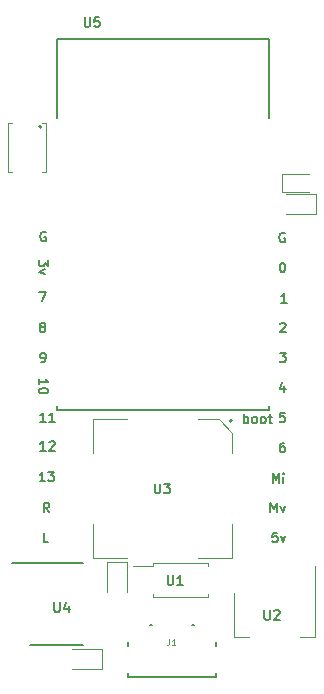
<source format=gbr>
G04 #@! TF.GenerationSoftware,KiCad,Pcbnew,(5.1.5-0)*
G04 #@! TF.CreationDate,2022-09-26T12:06:12-07:00*
G04 #@! TF.ProjectId,wvr_v.1.0,7776725f-762e-4312-9e30-2e6b69636164,rev?*
G04 #@! TF.SameCoordinates,Original*
G04 #@! TF.FileFunction,Legend,Top*
G04 #@! TF.FilePolarity,Positive*
%FSLAX46Y46*%
G04 Gerber Fmt 4.6, Leading zero omitted, Abs format (unit mm)*
G04 Created by KiCad (PCBNEW (5.1.5-0)) date 2022-09-26 12:06:12*
%MOMM*%
%LPD*%
G04 APERTURE LIST*
%ADD10C,0.153000*%
%ADD11C,0.120000*%
%ADD12C,0.150000*%
%ADD13C,0.200000*%
%ADD14C,0.127000*%
%ADD15C,0.100000*%
%ADD16C,0.135000*%
G04 APERTURE END LIST*
D10*
X133559523Y-27540000D02*
X133483333Y-27501904D01*
X133369047Y-27501904D01*
X133254761Y-27540000D01*
X133178571Y-27616190D01*
X133140476Y-27692380D01*
X133102380Y-27844761D01*
X133102380Y-27959047D01*
X133140476Y-28111428D01*
X133178571Y-28187619D01*
X133254761Y-28263809D01*
X133369047Y-28301904D01*
X133445238Y-28301904D01*
X133559523Y-28263809D01*
X133597619Y-28225714D01*
X133597619Y-27959047D01*
X133445238Y-27959047D01*
X133788095Y-29908571D02*
X133788095Y-30403809D01*
X133483333Y-30137142D01*
X133483333Y-30251428D01*
X133445238Y-30327619D01*
X133407142Y-30365714D01*
X133330952Y-30403809D01*
X133140476Y-30403809D01*
X133064285Y-30365714D01*
X133026190Y-30327619D01*
X132988095Y-30251428D01*
X132988095Y-30022857D01*
X133026190Y-29946666D01*
X133064285Y-29908571D01*
X133521428Y-30670476D02*
X132988095Y-30860952D01*
X133521428Y-31051428D01*
X133019833Y-32581904D02*
X133553166Y-32581904D01*
X133210309Y-33381904D01*
X133210309Y-35528261D02*
X133134119Y-35490166D01*
X133096023Y-35452071D01*
X133057928Y-35375880D01*
X133057928Y-35337785D01*
X133096023Y-35261595D01*
X133134119Y-35223500D01*
X133210309Y-35185404D01*
X133362690Y-35185404D01*
X133438880Y-35223500D01*
X133476976Y-35261595D01*
X133515071Y-35337785D01*
X133515071Y-35375880D01*
X133476976Y-35452071D01*
X133438880Y-35490166D01*
X133362690Y-35528261D01*
X133210309Y-35528261D01*
X133134119Y-35566357D01*
X133096023Y-35604452D01*
X133057928Y-35680642D01*
X133057928Y-35833023D01*
X133096023Y-35909214D01*
X133134119Y-35947309D01*
X133210309Y-35985404D01*
X133362690Y-35985404D01*
X133438880Y-35947309D01*
X133476976Y-35909214D01*
X133515071Y-35833023D01*
X133515071Y-35680642D01*
X133476976Y-35604452D01*
X133438880Y-35566357D01*
X133362690Y-35528261D01*
X133197619Y-38525404D02*
X133350000Y-38525404D01*
X133426190Y-38487309D01*
X133464285Y-38449214D01*
X133540476Y-38334928D01*
X133578571Y-38182547D01*
X133578571Y-37877785D01*
X133540476Y-37801595D01*
X133502380Y-37763500D01*
X133426190Y-37725404D01*
X133273809Y-37725404D01*
X133197619Y-37763500D01*
X133159523Y-37801595D01*
X133121428Y-37877785D01*
X133121428Y-38068261D01*
X133159523Y-38144452D01*
X133197619Y-38182547D01*
X133273809Y-38220642D01*
X133426190Y-38220642D01*
X133502380Y-38182547D01*
X133540476Y-38144452D01*
X133578571Y-38068261D01*
X132988095Y-40424119D02*
X132988095Y-39966976D01*
X132988095Y-40195547D02*
X133788095Y-40195547D01*
X133673809Y-40119357D01*
X133597619Y-40043166D01*
X133559523Y-39966976D01*
X133788095Y-40919357D02*
X133788095Y-40995547D01*
X133750000Y-41071738D01*
X133711904Y-41109833D01*
X133635714Y-41147928D01*
X133483333Y-41186023D01*
X133292857Y-41186023D01*
X133140476Y-41147928D01*
X133064285Y-41109833D01*
X133026190Y-41071738D01*
X132988095Y-40995547D01*
X132988095Y-40919357D01*
X133026190Y-40843166D01*
X133064285Y-40805071D01*
X133140476Y-40766976D01*
X133292857Y-40728880D01*
X133483333Y-40728880D01*
X133635714Y-40766976D01*
X133711904Y-40805071D01*
X133750000Y-40843166D01*
X133788095Y-40919357D01*
X133578619Y-43605404D02*
X133121476Y-43605404D01*
X133350047Y-43605404D02*
X133350047Y-42805404D01*
X133273857Y-42919690D01*
X133197666Y-42995880D01*
X133121476Y-43033976D01*
X134340523Y-43605404D02*
X133883380Y-43605404D01*
X134111952Y-43605404D02*
X134111952Y-42805404D01*
X134035761Y-42919690D01*
X133959571Y-42995880D01*
X133883380Y-43033976D01*
X133578619Y-46018404D02*
X133121476Y-46018404D01*
X133350047Y-46018404D02*
X133350047Y-45218404D01*
X133273857Y-45332690D01*
X133197666Y-45408880D01*
X133121476Y-45446976D01*
X133883380Y-45294595D02*
X133921476Y-45256500D01*
X133997666Y-45218404D01*
X134188142Y-45218404D01*
X134264333Y-45256500D01*
X134302428Y-45294595D01*
X134340523Y-45370785D01*
X134340523Y-45446976D01*
X134302428Y-45561261D01*
X133845285Y-46018404D01*
X134340523Y-46018404D01*
X133515119Y-48621904D02*
X133057976Y-48621904D01*
X133286547Y-48621904D02*
X133286547Y-47821904D01*
X133210357Y-47936190D01*
X133134166Y-48012380D01*
X133057976Y-48050476D01*
X133781785Y-47821904D02*
X134277023Y-47821904D01*
X134010357Y-48126666D01*
X134124642Y-48126666D01*
X134200833Y-48164761D01*
X134238928Y-48202857D01*
X134277023Y-48279047D01*
X134277023Y-48469523D01*
X134238928Y-48545714D01*
X134200833Y-48583809D01*
X134124642Y-48621904D01*
X133896071Y-48621904D01*
X133819880Y-48583809D01*
X133781785Y-48545714D01*
X133851619Y-51225404D02*
X133584952Y-50844452D01*
X133394476Y-51225404D02*
X133394476Y-50425404D01*
X133699238Y-50425404D01*
X133775428Y-50463500D01*
X133813523Y-50501595D01*
X133851619Y-50577785D01*
X133851619Y-50692071D01*
X133813523Y-50768261D01*
X133775428Y-50806357D01*
X133699238Y-50844452D01*
X133394476Y-50844452D01*
X133788119Y-53765404D02*
X133407166Y-53765404D01*
X133407166Y-52965404D01*
X153174714Y-52965404D02*
X152793761Y-52965404D01*
X152755666Y-53346357D01*
X152793761Y-53308261D01*
X152869952Y-53270166D01*
X153060428Y-53270166D01*
X153136619Y-53308261D01*
X153174714Y-53346357D01*
X153212809Y-53422547D01*
X153212809Y-53613023D01*
X153174714Y-53689214D01*
X153136619Y-53727309D01*
X153060428Y-53765404D01*
X152869952Y-53765404D01*
X152793761Y-53727309D01*
X152755666Y-53689214D01*
X153479476Y-53232071D02*
X153669952Y-53765404D01*
X153860428Y-53232071D01*
X152590571Y-51225404D02*
X152590571Y-50425404D01*
X152857238Y-50996833D01*
X153123904Y-50425404D01*
X153123904Y-51225404D01*
X153428666Y-50692071D02*
X153619142Y-51225404D01*
X153809619Y-50692071D01*
X152768357Y-48748904D02*
X152768357Y-47948904D01*
X153035023Y-48520333D01*
X153301690Y-47948904D01*
X153301690Y-48748904D01*
X153682642Y-48748904D02*
X153682642Y-48215571D01*
X153682642Y-47948904D02*
X153644547Y-47987000D01*
X153682642Y-48025095D01*
X153720738Y-47987000D01*
X153682642Y-47948904D01*
X153682642Y-48025095D01*
X153758880Y-45345404D02*
X153606500Y-45345404D01*
X153530309Y-45383500D01*
X153492214Y-45421595D01*
X153416023Y-45535880D01*
X153377928Y-45688261D01*
X153377928Y-45993023D01*
X153416023Y-46069214D01*
X153454119Y-46107309D01*
X153530309Y-46145404D01*
X153682690Y-46145404D01*
X153758880Y-46107309D01*
X153796976Y-46069214D01*
X153835071Y-45993023D01*
X153835071Y-45802547D01*
X153796976Y-45726357D01*
X153758880Y-45688261D01*
X153682690Y-45650166D01*
X153530309Y-45650166D01*
X153454119Y-45688261D01*
X153416023Y-45726357D01*
X153377928Y-45802547D01*
X153796976Y-42805404D02*
X153416023Y-42805404D01*
X153377928Y-43186357D01*
X153416023Y-43148261D01*
X153492214Y-43110166D01*
X153682690Y-43110166D01*
X153758880Y-43148261D01*
X153796976Y-43186357D01*
X153835071Y-43262547D01*
X153835071Y-43453023D01*
X153796976Y-43529214D01*
X153758880Y-43567309D01*
X153682690Y-43605404D01*
X153492214Y-43605404D01*
X153416023Y-43567309D01*
X153377928Y-43529214D01*
X153758880Y-40532071D02*
X153758880Y-41065404D01*
X153568404Y-40227309D02*
X153377928Y-40798738D01*
X153873166Y-40798738D01*
X153403333Y-37725404D02*
X153898571Y-37725404D01*
X153631904Y-38030166D01*
X153746190Y-38030166D01*
X153822380Y-38068261D01*
X153860476Y-38106357D01*
X153898571Y-38182547D01*
X153898571Y-38373023D01*
X153860476Y-38449214D01*
X153822380Y-38487309D01*
X153746190Y-38525404D01*
X153517619Y-38525404D01*
X153441428Y-38487309D01*
X153403333Y-38449214D01*
X153441428Y-35261595D02*
X153479523Y-35223500D01*
X153555714Y-35185404D01*
X153746190Y-35185404D01*
X153822380Y-35223500D01*
X153860476Y-35261595D01*
X153898571Y-35337785D01*
X153898571Y-35413976D01*
X153860476Y-35528261D01*
X153403333Y-35985404D01*
X153898571Y-35985404D01*
X153962071Y-33508904D02*
X153504928Y-33508904D01*
X153733500Y-33508904D02*
X153733500Y-32708904D01*
X153657309Y-32823190D01*
X153581119Y-32899380D01*
X153504928Y-32937476D01*
X153568404Y-30105404D02*
X153644595Y-30105404D01*
X153720785Y-30143500D01*
X153758880Y-30181595D01*
X153796976Y-30257785D01*
X153835071Y-30410166D01*
X153835071Y-30600642D01*
X153796976Y-30753023D01*
X153758880Y-30829214D01*
X153720785Y-30867309D01*
X153644595Y-30905404D01*
X153568404Y-30905404D01*
X153492214Y-30867309D01*
X153454119Y-30829214D01*
X153416023Y-30753023D01*
X153377928Y-30600642D01*
X153377928Y-30410166D01*
X153416023Y-30257785D01*
X153454119Y-30181595D01*
X153492214Y-30143500D01*
X153568404Y-30105404D01*
X153816023Y-27603500D02*
X153739833Y-27565404D01*
X153625547Y-27565404D01*
X153511261Y-27603500D01*
X153435071Y-27679690D01*
X153396976Y-27755880D01*
X153358880Y-27908261D01*
X153358880Y-28022547D01*
X153396976Y-28174928D01*
X153435071Y-28251119D01*
X153511261Y-28327309D01*
X153625547Y-28365404D01*
X153701738Y-28365404D01*
X153816023Y-28327309D01*
X153854119Y-28289214D01*
X153854119Y-28022547D01*
X153701738Y-28022547D01*
D11*
X140423000Y-55440740D02*
X140423000Y-57990740D01*
X138723000Y-55440740D02*
X138723000Y-57990740D01*
X140423000Y-55440740D02*
X138723000Y-55440740D01*
D12*
X130720000Y-55540000D02*
X136695000Y-55540000D01*
X132245000Y-62440000D02*
X136695000Y-62440000D01*
D11*
X130410000Y-18270000D02*
X130710000Y-18270000D01*
X133550000Y-22410000D02*
X133250000Y-22410000D01*
X130710000Y-22410000D02*
X130410000Y-22410000D01*
X133550000Y-18270000D02*
X133550000Y-22410000D01*
X133250000Y-18270000D02*
X133550000Y-18270000D01*
X130410000Y-22410000D02*
X130410000Y-18270000D01*
D13*
X149330000Y-43490000D02*
G75*
G03X149330000Y-43490000I-100000J0D01*
G01*
D11*
X148230000Y-43370000D02*
X146475000Y-43370000D01*
X149350000Y-44490000D02*
X148230000Y-43370000D01*
X149350000Y-46245000D02*
X149350000Y-44490000D01*
X137610000Y-43370000D02*
X140485000Y-43370000D01*
X137610000Y-46245000D02*
X137610000Y-43370000D01*
X149350000Y-55110000D02*
X146475000Y-55110000D01*
X149350000Y-52235000D02*
X149350000Y-55110000D01*
X137610000Y-55110000D02*
X140485000Y-55110000D01*
X137610000Y-52235000D02*
X137610000Y-55110000D01*
X149350000Y-55110000D02*
X146475000Y-55110000D01*
X149350000Y-52235000D02*
X149350000Y-55110000D01*
X149350000Y-55110000D02*
X146475000Y-55110000D01*
X149350000Y-52235000D02*
X149350000Y-55110000D01*
D14*
X140510000Y-62190000D02*
X140510000Y-62540000D01*
X148010000Y-62190000D02*
X148010000Y-62540000D01*
X140510000Y-64890000D02*
X140510000Y-65165000D01*
X140510000Y-65165000D02*
X148010000Y-65165000D01*
X148010000Y-65165000D02*
X148010000Y-64890000D01*
X142430000Y-60815000D02*
X142540000Y-60815000D01*
X145980000Y-60815000D02*
X146090000Y-60815000D01*
D13*
X133200000Y-18600000D02*
G75*
G03X133200000Y-18600000I-100000J0D01*
G01*
D14*
X152500000Y-42600000D02*
X152500000Y-42260000D01*
X134500000Y-42600000D02*
X152500000Y-42600000D01*
X134500000Y-42260000D02*
X134500000Y-42600000D01*
X152500000Y-11200000D02*
X152500000Y-17870000D01*
X134500000Y-11200000D02*
X152500000Y-11200000D01*
X134500000Y-17870000D02*
X134500000Y-11200000D01*
D11*
X153568000Y-24103000D02*
X155853000Y-24103000D01*
X153568000Y-22633000D02*
X153568000Y-24103000D01*
X155853000Y-22633000D02*
X153568000Y-22633000D01*
X156360000Y-55820000D02*
X156360000Y-61830000D01*
X149540000Y-58070000D02*
X149540000Y-61830000D01*
X156360000Y-61830000D02*
X155100000Y-61830000D01*
X149540000Y-61830000D02*
X150800000Y-61830000D01*
X138342500Y-64540500D02*
X135792500Y-64540500D01*
X138342500Y-62840500D02*
X135792500Y-62840500D01*
X138342500Y-64540500D02*
X138342500Y-62840500D01*
X156440000Y-25996000D02*
X153890000Y-25996000D01*
X156440000Y-24296000D02*
X153890000Y-24296000D01*
X156440000Y-25996000D02*
X156440000Y-24296000D01*
X142650000Y-55795000D02*
X140960000Y-55795000D01*
X142650000Y-55580000D02*
X142650000Y-55795000D01*
X144960000Y-55580000D02*
X142650000Y-55580000D01*
X147270000Y-55580000D02*
X147270000Y-55795000D01*
X144960000Y-55580000D02*
X147270000Y-55580000D01*
X142650000Y-58400000D02*
X142650000Y-58185000D01*
X144960000Y-58400000D02*
X142650000Y-58400000D01*
X147270000Y-58400000D02*
X147270000Y-58185000D01*
X144960000Y-58400000D02*
X147270000Y-58400000D01*
D13*
X134285238Y-58880952D02*
X134285238Y-59544761D01*
X134324285Y-59622857D01*
X134363333Y-59661904D01*
X134441428Y-59700952D01*
X134597619Y-59700952D01*
X134675714Y-59661904D01*
X134714761Y-59622857D01*
X134753809Y-59544761D01*
X134753809Y-58880952D01*
X135495714Y-59154285D02*
X135495714Y-59700952D01*
X135300476Y-58841904D02*
X135105238Y-59427619D01*
X135612857Y-59427619D01*
X142795238Y-48820952D02*
X142795238Y-49484761D01*
X142834285Y-49562857D01*
X142873333Y-49601904D01*
X142951428Y-49640952D01*
X143107619Y-49640952D01*
X143185714Y-49601904D01*
X143224761Y-49562857D01*
X143263809Y-49484761D01*
X143263809Y-48820952D01*
X143576190Y-48820952D02*
X144083809Y-48820952D01*
X143810476Y-49133333D01*
X143927619Y-49133333D01*
X144005714Y-49172380D01*
X144044761Y-49211428D01*
X144083809Y-49289523D01*
X144083809Y-49484761D01*
X144044761Y-49562857D01*
X144005714Y-49601904D01*
X143927619Y-49640952D01*
X143693333Y-49640952D01*
X143615238Y-49601904D01*
X143576190Y-49562857D01*
D15*
X144029133Y-62006990D02*
X144029133Y-62364133D01*
X144005323Y-62435561D01*
X143957704Y-62483180D01*
X143886276Y-62506990D01*
X143838657Y-62506990D01*
X144529133Y-62506990D02*
X144243419Y-62506990D01*
X144386276Y-62506990D02*
X144386276Y-62006990D01*
X144338657Y-62078419D01*
X144291038Y-62126038D01*
X144243419Y-62149847D01*
D13*
X136850238Y-9315952D02*
X136850238Y-9979761D01*
X136889285Y-10057857D01*
X136928333Y-10096904D01*
X137006428Y-10135952D01*
X137162619Y-10135952D01*
X137240714Y-10096904D01*
X137279761Y-10057857D01*
X137318809Y-9979761D01*
X137318809Y-9315952D01*
X138099761Y-9315952D02*
X137709285Y-9315952D01*
X137670238Y-9706428D01*
X137709285Y-9667380D01*
X137787380Y-9628333D01*
X137982619Y-9628333D01*
X138060714Y-9667380D01*
X138099761Y-9706428D01*
X138138809Y-9784523D01*
X138138809Y-9979761D01*
X138099761Y-10057857D01*
X138060714Y-10096904D01*
X137982619Y-10135952D01*
X137787380Y-10135952D01*
X137709285Y-10096904D01*
X137670238Y-10057857D01*
X152085238Y-59510952D02*
X152085238Y-60174761D01*
X152124285Y-60252857D01*
X152163333Y-60291904D01*
X152241428Y-60330952D01*
X152397619Y-60330952D01*
X152475714Y-60291904D01*
X152514761Y-60252857D01*
X152553809Y-60174761D01*
X152553809Y-59510952D01*
X152905238Y-59589047D02*
X152944285Y-59550000D01*
X153022380Y-59510952D01*
X153217619Y-59510952D01*
X153295714Y-59550000D01*
X153334761Y-59589047D01*
X153373809Y-59667142D01*
X153373809Y-59745238D01*
X153334761Y-59862380D01*
X152866190Y-60330952D01*
X153373809Y-60330952D01*
D16*
X150346190Y-43681904D02*
X150346190Y-42881904D01*
X150346190Y-43186666D02*
X150422380Y-43148571D01*
X150574761Y-43148571D01*
X150650952Y-43186666D01*
X150689047Y-43224761D01*
X150727142Y-43300952D01*
X150727142Y-43529523D01*
X150689047Y-43605714D01*
X150650952Y-43643809D01*
X150574761Y-43681904D01*
X150422380Y-43681904D01*
X150346190Y-43643809D01*
X151184285Y-43681904D02*
X151108095Y-43643809D01*
X151070000Y-43605714D01*
X151031904Y-43529523D01*
X151031904Y-43300952D01*
X151070000Y-43224761D01*
X151108095Y-43186666D01*
X151184285Y-43148571D01*
X151298571Y-43148571D01*
X151374761Y-43186666D01*
X151412857Y-43224761D01*
X151450952Y-43300952D01*
X151450952Y-43529523D01*
X151412857Y-43605714D01*
X151374761Y-43643809D01*
X151298571Y-43681904D01*
X151184285Y-43681904D01*
X151908095Y-43681904D02*
X151831904Y-43643809D01*
X151793809Y-43605714D01*
X151755714Y-43529523D01*
X151755714Y-43300952D01*
X151793809Y-43224761D01*
X151831904Y-43186666D01*
X151908095Y-43148571D01*
X152022380Y-43148571D01*
X152098571Y-43186666D01*
X152136666Y-43224761D01*
X152174761Y-43300952D01*
X152174761Y-43529523D01*
X152136666Y-43605714D01*
X152098571Y-43643809D01*
X152022380Y-43681904D01*
X151908095Y-43681904D01*
X152403333Y-43148571D02*
X152708095Y-43148571D01*
X152517619Y-42881904D02*
X152517619Y-43567619D01*
X152555714Y-43643809D01*
X152631904Y-43681904D01*
X152708095Y-43681904D01*
D13*
X143885238Y-56570952D02*
X143885238Y-57234761D01*
X143924285Y-57312857D01*
X143963333Y-57351904D01*
X144041428Y-57390952D01*
X144197619Y-57390952D01*
X144275714Y-57351904D01*
X144314761Y-57312857D01*
X144353809Y-57234761D01*
X144353809Y-56570952D01*
X145173809Y-57390952D02*
X144705238Y-57390952D01*
X144939523Y-57390952D02*
X144939523Y-56570952D01*
X144861428Y-56688095D01*
X144783333Y-56766190D01*
X144705238Y-56805238D01*
M02*

</source>
